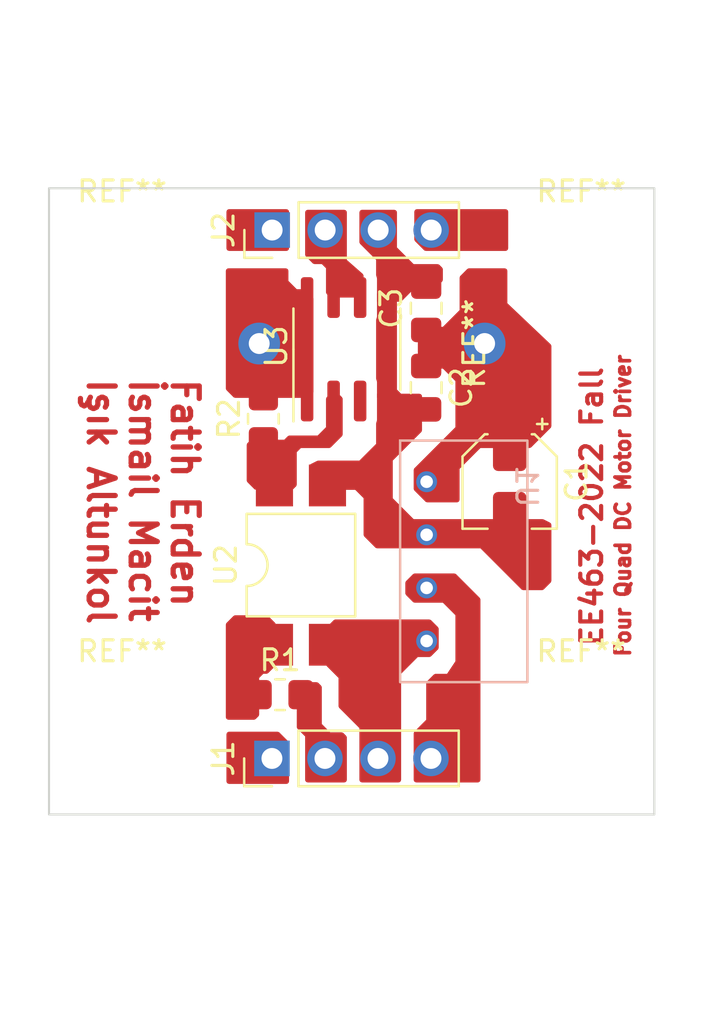
<source format=kicad_pcb>
(kicad_pcb (version 20211014) (generator pcbnew)
  (layers (0 "F.Cu" signal) (31 "B.Cu" signal) (34 "B.Paste" user) (35 "F.Paste" user) (36 "B.SilkS" user "B.Silkscreen") (37 "F.SilkS" user "F.Silkscreen") (38 "B.Mask" user) (39 "F.Mask" user) (44 "Edge.Cuts" user))
  (net 0 "")
  (net 1 "Net-(C1-Pad1)")
  (net 2 "GND_12")
  (net 3 "unconnected-(J1-Pad1)")
  (net 4 "Net-(R1-Pad1)")
  (net 5 "Q_PWM")
  (net 6 "Net-(R2-Pad1)")
  (net 7 "GND")
  (net 8 "+5V")
  (net 10 "QG")
  (net 11 "unconnected-(J2-Pad1)")
  (net 12 "unconnected-(J2-Pad4)")
  (footprint "Connector_PinHeader_2.54mm:PinHeader_1x04_P2.54mm_Vertical" (layer "F.Cu") (at 177.18 118.28 90)
    (fp_text reference "J1" (at 0 -2.33 90) (layer "F.SilkS"))
    (fp_text value "Conn_01x04_Male")
    (fp_line (start -1.33 1.27) (end 1.33 1.27) (layer "F.SilkS") (width 0.12))
    (fp_line (start -1.33 -1.33) (end 0 -1.33) (layer "F.SilkS") (width 0.12))
    (fp_line (start -1.33 1.27) (end -1.33 8.95) (layer "F.SilkS") (width 0.12))
    (fp_line (start 1.33 1.27) (end 1.33 8.95) (layer "F.SilkS") (width 0.12))
    (fp_line (start -1.33 0) (end -1.33 -1.33) (layer "F.SilkS") (width 0.12))
    (fp_line (start -1.33 8.95) (end 1.33 8.95) (layer "F.SilkS") (width 0.12))
    (pad "1" thru_hole rect locked (at 0 0 90) (size 1.7 1.7) (drill 1) (layers *.Cu *.Mask) (net 3 "unconnected-(J1-Pad1)"))
    (pad "2" thru_hole oval locked (at 0 2.54 90) (size 1.7 1.7) (drill 1) (layers *.Cu *.Mask) (net 5 "Q_PWM"))
    (pad "3" thru_hole oval locked (at 0 5.08 90) (size 1.7 1.7) (drill 1) (layers *.Cu *.Mask) (net 7 "GND"))
    (pad "4" thru_hole oval locked (at 0 7.62 90) (size 1.7 1.7) (drill 1) (layers *.Cu *.Mask) (net 8 "+5V"))
  )
  (footprint "MountingHole:MountingHole_3.2mm_M3_ISO7380" (layer "F.Cu") (at 170 117)
    (fp_text reference "REF**" (at 0 -3.85) (layer "F.SilkS"))
    (fp_text value "MountingHole_3.2mm_M3_ISO7380")
    (pad "" np_thru_hole circle (at 0 0) (size 3.2 3.2) (drill 3.2) (layers *.Cu *.Mask))
  )
  (footprint "Resistor_SMD:R_0805_2012Metric_Pad1.20x1.40mm_HandSolder" (layer "F.Cu") (at 176.77 102.03 90)
    (fp_text reference "R2" (at 0 -1.65 90) (layer "F.SilkS"))
    (fp_text value "470R")
    (fp_line (start -0.227064 -0.735) (end 0.227064 -0.735) (layer "F.SilkS") (width 0.12))
    (fp_line (start -0.227064 0.735) (end 0.227064 0.735) (layer "F.SilkS") (width 0.12))
    (pad "1" smd roundrect (at -1 0 90) (size 1.2 1.4) (layers "F.Cu" "F.Paste" "F.Mask") (roundrect_rratio 0.208333) (net 6 "Net-(R2-Pad1)"))
    (pad "2" smd roundrect (at 1 0 90) (size 1.2 1.4) (layers "F.Cu" "F.Paste" "F.Mask") (roundrect_rratio 0.208333) (net 1 "Net-(C1-Pad1)"))
  )
  (footprint "MountingHole:MountingHole_3.2mm_M3_ISO7380" (layer "F.Cu") (at 192 117)
    (fp_text reference "REF**" (at 0 -3.85) (layer "F.SilkS"))
    (fp_text value "MountingHole_3.2mm_M3_ISO7380")
    (pad "" np_thru_hole circle (at 0 0) (size 3.2 3.2) (drill 3.2) (layers *.Cu *.Mask))
  )
  (footprint "" (layer "F.Cu") (at 176.57 98.43)
    (fp_text reference "" (at 0 0) (layer "F.SilkS") (effects (font (size 1.27 1.27))))
    (fp_text value "" (at 0 0) (layer "F.SilkS") (effects (font (size 1.27 1.27))))
    (pad "1" thru_hole circle (at 0 0 90) (size 2 2) (drill 1) (layers *.Cu *.Mask) (net 1 "Net-(C1-Pad1)"))
  )
  (footprint "Package_DIP:SMDIP-4_W7.62mm" (layer "F.Cu") (at 178.57 109.03 90)
    (fp_text reference "U2" (at 0 -3.6 90) (layer "F.SilkS"))
    (fp_text value "LTV-817")
    (fp_line (start 2.45 -2.6) (end 1 -2.6) (layer "F.SilkS") (width 0.12))
    (fp_line (start -2.45 -2.6) (end -2.45 2.6) (layer "F.SilkS") (width 0.12))
    (fp_line (start -1 -2.6) (end -2.45 -2.6) (layer "F.SilkS") (width 0.12))
    (fp_line (start 2.45 2.6) (end 2.45 -2.6) (layer "F.SilkS") (width 0.12))
    (fp_line (start -2.45 2.6) (end 2.45 2.6) (layer "F.SilkS") (width 0.12))
    (fp_arc (start 1 -2.6) (mid 0 -1.6) (end -1 -2.6) (layer "F.SilkS") (width 0.12))
    (pad "1" smd rect (at -3.81 -1.27 90) (size 2 1.78) (layers "F.Cu" "F.Paste" "F.Mask") (net 4 "Net-(R1-Pad1)"))
    (pad "2" smd rect (at -3.81 1.27 90) (size 2 1.78) (layers "F.Cu" "F.Paste" "F.Mask") (net 7 "GND"))
    (pad "3" smd rect (at 3.81 1.27 90) (size 2 1.78) (layers "F.Cu" "F.Paste" "F.Mask") (net 2 "GND_12"))
    (pad "4" smd rect (at 3.81 -1.27 90) (size 2 1.78) (layers "F.Cu" "F.Paste" "F.Mask") (net 6 "Net-(R2-Pad1)"))
  )
  (footprint "MountingHole:MountingHole_3.2mm_M3_ISO7380" (layer "F.Cu") (at 192 95)
    (fp_text reference "REF**" (at 0 -3.85) (layer "F.SilkS"))
    (fp_text value "MountingHole_3.2mm_M3_ISO7380")
    (pad "" np_thru_hole circle (at 0 0) (size 3.2 3.2) (drill 3.2) (layers *.Cu *.Mask))
  )
  (footprint "Capacitor_SMD:C_0805_2012Metric_Pad1.18x1.45mm_HandSolder" (layer "F.Cu") (at 184.57 96.7425 90)
    (fp_text reference "C3" (at 0 -1.68 90) (layer "F.SilkS"))
    (fp_text value "0.1uF")
    (fp_line (start -0.261252 -0.735) (end 0.261252 -0.735) (layer "F.SilkS") (width 0.12))
    (fp_line (start -0.261252 0.735) (end 0.261252 0.735) (layer "F.SilkS") (width 0.12))
    (pad "1" smd roundrect (at -1.0375 0 90) (size 1.175 1.45) (layers "F.Cu" "F.Paste" "F.Mask") (roundrect_rratio 0.212766) (net 1 "Net-(C1-Pad1)"))
    (pad "2" smd roundrect (at 1.0375 0 90) (size 1.175 1.45) (layers "F.Cu" "F.Paste" "F.Mask") (roundrect_rratio 0.212766) (net 2 "GND_12"))
  )
  (footprint "Connector_PinHeader_2.54mm:PinHeader_1x04_P2.54mm_Vertical" (layer "F.Cu") (at 177.19 93 90)
    (fp_text reference "J2" (at 0 -2.33 90) (layer "F.SilkS"))
    (fp_text value "Conn_01x04_Male")
    (fp_line (start -1.33 0) (end -1.33 -1.33) (layer "F.SilkS") (width 0.12))
    (fp_line (start -1.33 -1.33) (end 0 -1.33) (layer "F.SilkS") (width 0.12))
    (fp_line (start -1.33 8.95) (end 1.33 8.95) (layer "F.SilkS") (width 0.12))
    (fp_line (start -1.33 1.27) (end 1.33 1.27) (layer "F.SilkS") (width 0.12))
    (fp_line (start -1.33 1.27) (end -1.33 8.95) (layer "F.SilkS") (width 0.12))
    (fp_line (start 1.33 1.27) (end 1.33 8.95) (layer "F.SilkS") (width 0.12))
    (pad "1" thru_hole rect locked (at 0 0 90) (size 1.7 1.7) (drill 1) (layers *.Cu *.Mask) (net 11 "unconnected-(J2-Pad1)"))
    (pad "2" thru_hole oval locked (at 0 2.54 90) (size 1.7 1.7) (drill 1) (layers *.Cu *.Mask) (net 10 "QG"))
    (pad "3" thru_hole oval locked (at 0 5.08 90) (size 1.7 1.7) (drill 1) (layers *.Cu *.Mask) (net 2 "GND_12"))
    (pad "4" thru_hole oval locked (at 0 7.62 90) (size 1.7 1.7) (drill 1) (layers *.Cu *.Mask) (net 12 "unconnected-(J2-Pad4)"))
  )
  (footprint "Resistor_SMD:R_0805_2012Metric_Pad1.20x1.40mm_HandSolder" (layer "F.Cu") (at 177.57 115.23)
    (fp_text reference "R1" (at 0 -1.65) (layer "F.SilkS"))
    (fp_text value "330R")
    (fp_line (start -0.227064 -0.735) (end 0.227064 -0.735) (layer "F.SilkS") (width 0.12))
    (fp_line (start -0.227064 0.735) (end 0.227064 0.735) (layer "F.SilkS") (width 0.12))
    (pad "1" smd roundrect (at -1 0) (size 1.2 1.4) (layers "F.Cu" "F.Paste" "F.Mask") (roundrect_rratio 0.208333) (net 4 "Net-(R1-Pad1)"))
    (pad "2" smd roundrect (at 1 0) (size 1.2 1.4) (layers "F.Cu" "F.Paste" "F.Mask") (roundrect_rratio 0.208333) (net 5 "Q_PWM"))
  )
  (footprint "Package_SO:SOIC-8_3.9x4.9mm_P1.27mm" (layer "F.Cu") (at 180.77 98.705 90)
    (fp_text reference "U3" (at 0.134 -3.38 90) (layer "F.SilkS"))
    (fp_text value "TC4421A")
    (fp_line (start 0 2.56) (end 1.95 2.56) (layer "F.SilkS") (width 0.12))
    (fp_line (start 0 2.56) (end -1.95 2.56) (layer "F.SilkS") (width 0.12))
    (fp_line (start 0 -2.56) (end -3.45 -2.56) (layer "F.SilkS") (width 0.12))
    (fp_line (start 0 -2.56) (end 1.95 -2.56) (layer "F.SilkS") (width 0.12))
    (pad "1" smd roundrect (at -2.475 -1.905 90) (size 1.95 0.6) (layers "F.Cu" "F.Paste" "F.Mask") (net 1 "Net-(C1-Pad1)"))
    (pad "2" smd roundrect (at -2.475 -0.635 90) (size 1.95 0.6) (layers "F.Cu" "F.Paste" "F.Mask") (net 6 "Net-(R2-Pad1)"))
    (pad "3" smd roundrect (at -2.475 0.635 90) (size 1.95 0.6) (layers "F.Cu" "F.Paste" "F.Mask"))
    (pad "4" smd roundrect (at -2.475 1.905 90) (size 1.95 0.6) (layers "F.Cu" "F.Paste" "F.Mask") (net 2 "GND_12"))
    (pad "5" smd roundrect (at 2.475 1.905 90) (size 1.95 0.6) (layers "F.Cu" "F.Paste" "F.Mask") (net 2 "GND_12"))
    (pad "6" smd roundrect (at 2.475 0.635 90) (size 1.95 0.6) (layers "F.Cu" "F.Paste" "F.Mask") (net 10 "QG"))
    (pad "7" smd roundrect (at 2.475 -0.635 90) (size 1.95 0.6) (layers "F.Cu" "F.Paste" "F.Mask") (net 10 "QG"))
    (pad "8" smd roundrect (at 2.475 -1.905 90) (size 1.95 0.6) (layers "F.Cu" "F.Paste" "F.Mask") (net 1 "Net-(C1-Pad1)"))
  )
  (footprint "MountingHole:MountingHole_3.2mm_M3_ISO7380" (layer "F.Cu") (at 170 95)
    (fp_text reference "REF**" (at 0 -3.85) (layer "F.SilkS"))
    (fp_text value "MountingHole_3.2mm_M3_ISO7380")
    (pad "" np_thru_hole circle (at 0 0) (size 3.2 3.2) (drill 3.2) (layers *.Cu *.Mask))
  )
  (footprint "Capacitor_SMD:CP_Elec_4x5.4" (layer "F.Cu") (at 188.57 105.03 -90)
    (fp_text reference "C1" (at 0 -3.2 90) (layer "F.SilkS"))
    (fp_text value "4.7uF")
    (fp_line (start -2.26 -1.195563) (end -1.195563 -2.26) (layer "F.SilkS") (width 0.12))
    (fp_line (start -2.26 1.195563) (end -1.195563 2.26) (layer "F.SilkS") (width 0.12))
    (fp_line (start -2.75 -1.81) (end -2.75 -1.31) (layer "F.SilkS") (width 0.12))
    (fp_line (start -1.195563 -2.26) (end 2.26 -2.26) (layer "F.SilkS") (width 0.12))
    (fp_line (start 2.26 2.26) (end 2.26 1.06) (layer "F.SilkS") (width 0.12))
    (fp_line (start 2.26 -2.26) (end 2.26 -1.06) (layer "F.SilkS") (width 0.12))
    (fp_line (start -2.26 -1.195563) (end -2.26 -1.06) (layer "F.SilkS") (width 0.12))
    (fp_line (start -1.195563 2.26) (end 2.26 2.26) (layer "F.SilkS") (width 0.12))
    (fp_line (start -3 -1.56) (end -2.5 -1.56) (layer "F.SilkS") (width 0.12))
    (fp_line (start -2.26 1.195563) (end -2.26 1.06) (layer "F.SilkS") (width 0.12))
    (pad "1" smd roundrect (at -1.8 0 270) (size 2.6 1.6) (layers "F.Cu" "F.Paste" "F.Mask") (roundrect_rratio 0.15625) (net 1 "Net-(C1-Pad1)"))
    (pad "2" smd roundrect (at 1.8 0 270) (size 2.6 1.6) (layers "F.Cu" "F.Paste" "F.Mask") (roundrect_rratio 0.15625) (net 2 "GND_12"))
  )
  (footprint "ee463_footprint_lib:Jumper_Wire_Hole" (layer "F.Cu") (at 187.37 98.43 90)
    (fp_text reference "REF**" (at 0 -0.5 90 unlocked) (layer "F.SilkS"))
    (fp_text value "Jumper_Wire_Hole")
    (pad "1" thru_hole circle (at 0 0 90) (size 2 2) (drill 1) (layers *.Cu *.Mask) (net 1 "Net-(C1-Pad1)"))
  )
  (footprint "Capacitor_SMD:C_0805_2012Metric_Pad1.18x1.45mm_HandSolder" (layer "F.Cu") (at 184.57 100.5425 -90)
    (fp_text reference "C2" (at 0 -1.68 90) (layer "F.SilkS"))
    (fp_text value "0.1uF")
    (fp_line (start -0.261252 -0.735) (end 0.261252 -0.735) (layer "F.SilkS") (width 0.12))
    (fp_line (start -0.261252 0.735) (end 0.261252 0.735) (layer "F.SilkS") (width 0.12))
    (pad "1" smd roundrect (at -1.0375 0 270) (size 1.175 1.45) (layers "F.Cu" "F.Paste" "F.Mask") (roundrect_rratio 0.212766) (net 1 "Net-(C1-Pad1)"))
    (pad "2" smd roundrect (at 1.0375 0 270) (size 1.175 1.45) (layers "F.Cu" "F.Paste" "F.Mask") (roundrect_rratio 0.212766) (net 2 "GND_12"))
  )
  (footprint "ee463_footprint_lib:ROE-0512S" (layer "B.Cu") (at 184.592 108.851 90)
    (fp_text reference "U1" (at 3.59 4.778 -90 unlocked) (layer "B.SilkS") (effects (justify mirror)))
    (fp_text value "ROE-0512S")
    (fp_rect (start 5.7785 -1.27) (end -5.7785 4.826) (layer "B.SilkS") (width 0.12) (fill none))
    (pad "1" thru_hole circle (at -3.81 0 90) (size 1 1) (drill 0.6) (layers *.Cu *.Mask) (net 7 "GND"))
    (pad "2" thru_hole circle (at -1.27 0 90) (size 1 1) (drill 0.6) (layers *.Cu *.Mask) (net 8 "+5V"))
    (pad "3" thru_hole circle (at 1.27 0 90) (size 1 1) (drill 0.6) (layers *.Cu *.Mask) (net 2 "GND_12"))
    (pad "4" thru_hole circle (at 3.81 0 90) (size 1 1) (drill 0.6) (layers *.Cu *.Mask) (net 1 "Net-(C1-Pad1)"))
  )
  (gr_rect (start 166.5 91) (end 195.5 120.96) (layer "Edge.Cuts") (width 0.1) (fill none))
  (gr_text "Fatih Erden\nİsmail Macit\nIşık Altunkol" (at 171 100 270) (layer "F.Cu") (effects (font (size 1.25 1.25) (thickness 0.25)) (justify left)))
  (gr_text "EE463-2022 Fall " (at 192.5 113 90) (layer "F.Cu") (effects (font (size 1 1) (thickness 0.2)) (justify left)))
  (gr_text "Four Quad DC Motor Driver" (at 194 113.5 90) (layer "F.Cu") (effects (font (size 0.7 0.7) (thickness 0.175)) (justify left)))
  (zone (net 3) (net_name "unconnected-(J1-Pad1)") (layer "F.Cu") (connect_pads yes (clearance 0.508)) (min_thickness 0.254) (fill yes (thermal_gap 0.508) (thermal_bridge_width 0.508))
    (polygon (pts (xy 178 117.5) (xy 178 119.5) (xy 175 119.5) (xy 175 117) (xy 177.5 117)))
  )
  (zone (net 10) (net_name "QG") (layer "F.Cu") (connect_pads yes (clearance 0.508)) (min_thickness 0.254) (fill yes (thermal_gap 0.508) (thermal_bridge_width 0.508))
    (polygon (pts (xy 180.77 94.43) (xy 181.57 95.13) (xy 181.57 96.03) (xy 181.37 96.23) (xy 180.57 96.23) (xy 180.37 96.23) (xy 179.97 96.23) (xy 179.77 96.03) (xy 179.77 94.83) (xy 179.57 94.63) (xy 179.17 94.63) (xy 178.77 94.23) (xy 178.77 92.03) (xy 180.77 92.03)))
  )
  (zone (net 8) (net_name "+5V") (layer "F.Cu") (connect_pads yes (clearance 0.508)) (min_thickness 0.254) (fill yes (thermal_gap 0.508) (thermal_bridge_width 0.508))
    (polygon (pts (xy 187.17 110.63) (xy 187.17 119.43) (xy 183.97 119.43) (xy 183.97 117.03) (xy 184.57 116.43) (xy 184.57 114.63) (xy 184.97 114.23) (xy 185.57 114.23) (xy 185.97 113.63) (xy 185.97 111.43) (xy 185.37 110.83) (xy 183.97 110.83) (xy 183.57 110.43) (xy 183.57 109.83) (xy 183.97 109.43) (xy 185.97 109.43)))
  )
  (zone (net 7) (net_name "GND") (layer "F.Cu") (connect_pads yes (clearance 0.508)) (min_thickness 0.254) (fill yes (thermal_gap 0.508) (thermal_bridge_width 0.508))
    (polygon (pts (xy 185.17 112.03) (xy 185.17 113.03) (xy 184.77 113.43) (xy 184.17 113.43) (xy 183.37 114.23) (xy 183.37 119.43) (xy 181.37 119.43) (xy 181.37 116.83) (xy 180.37 115.83) (xy 180.37 114.43) (xy 179.77 113.83) (xy 179.77 112.03) (xy 180.17 111.63) (xy 184.77 111.63)))
  )
  (zone (net 12) (net_name "unconnected-(J2-Pad4)") (layer "F.Cu") (connect_pads yes (clearance 0.508)) (min_thickness 0.254) (fill yes (thermal_gap 0.508) (thermal_bridge_width 0.508))
    (polygon (pts (xy 188.5 94) (xy 184.5 94) (xy 184 93.5) (xy 184 92) (xy 188.5 92)))
  )
  (zone (net 11) (net_name "unconnected-(J2-Pad1)") (layer "F.Cu") (connect_pads yes (clearance 0.508)) (min_thickness 0.254) (fill yes (thermal_gap 0.508) (thermal_bridge_width 0.508))
    (polygon (pts (xy 178 94) (xy 175 94) (xy 175 92) (xy 178 92)))
  )
  (zone (net 1) (net_name "Net-(C1-Pad1)") (layer "F.Cu") (connect_pads yes (clearance 0.508)) (min_thickness 0.254) (fill yes (thermal_gap 0.508) (thermal_bridge_width 0.508))
    (polygon (pts (xy 190.57 98.5) (xy 190.57 102.43) (xy 189.57 103.43) (xy 187.17 103.43) (xy 186.17 104.43) (xy 186.17 105.63) (xy 186.17 106.03) (xy 184.57 106.03) (xy 183.97 105.43) (xy 183.97 104.43) (xy 185.97 102.43) (xy 185.97 100.23) (xy 185.37 99.63) (xy 184.37 99.63) (xy 184.17 99.43) (xy 184.17 97.83) (xy 184.37 97.63) (xy 185.37 97.63) (xy 186.17 96.83) (xy 186.17 95.23) (xy 186.57 94.83) (xy 188.46 94.83) (xy 188.46 96.5)))
  )
  (zone (net 2) (net_name "GND_12") (layer "F.Cu") (connect_pads yes (clearance 0.508)) (min_thickness 0.254) (fill yes (thermal_gap 0.508) (thermal_bridge_width 0.508))
    (polygon (pts (xy 183.17 100.63) (xy 183.37 100.83) (xy 182.17 101.03) (xy 182.17 96.03) (xy 183.17 96.03)))
  )
  (zone (net 6) (net_name "Net-(R2-Pad1)") (layer "F.Cu") (connect_pads yes (clearance 0.508)) (min_thickness 0.254) (fill yes (thermal_gap 0.508) (thermal_bridge_width 0.508))
    (polygon (pts (xy 180.57 101.03) (xy 180.57 102.83) (xy 179.97 103.43) (xy 178.57 103.43) (xy 178.37 103.63) (xy 178.37 105.23) (xy 178.17 105.43) (xy 176.37 105.43) (xy 175.97 105.03) (xy 175.97 103.23) (xy 176.17 103.03) (xy 177.77 103.03) (xy 177.97 102.83) (xy 179.37 102.83) (xy 179.77 102.43) (xy 179.77 101.03) (xy 179.97 100.83) (xy 180.37 100.83)))
  )
  (zone (net 2) (net_name "GND_12") (layer "F.Cu") (connect_pads yes (clearance 0.508)) (min_thickness 0.254) (fill yes (thermal_gap 0.508) (thermal_bridge_width 0.508))
    (polygon (pts (xy 184.37 101.03) (xy 184.37 102.63) (xy 182.97 104.03) (xy 182.97 105.83) (xy 183.97 106.83) (xy 190.17 106.83) (xy 190.57 107.03) (xy 190.57 107.83) (xy 190.57 109.83) (xy 190.17 110.23) (xy 189.17 110.23) (xy 187.17 108.23) (xy 182.97 108.23) (xy 182.17 108.23) (xy 181.57 107.63) (xy 181.57 105.83) (xy 181.17 105.43) (xy 179.17 105.43) (xy 178.97 105.23) (xy 178.97 104.23) (xy 179.37 104.03) (xy 181.37 104.03) (xy 182.17 103.23) (xy 182.17 100.83) (xy 182.37 100.83) (xy 184.37 100.83)))
  )
  (zone (net 2) (net_name "GND_12") (layer "F.Cu") (connect_pads yes (clearance 0.508)) (min_thickness 0.254) (fill yes (thermal_gap 0.508) (thermal_bridge_width 0.508))
    (polygon (pts (xy 183.17 93.83) (xy 183.97 94.63) (xy 185.17 94.63) (xy 185.37 94.83) (xy 185.37 95.43) (xy 185.17 95.63) (xy 184.17 95.63) (xy 183.37 96.43) (xy 182.17 96.43) (xy 182.17 96.03) (xy 182.17 94.43) (xy 181.37 93.63) (xy 181.37 92.03) (xy 183.17 92.03)))
  )
  (zone (net 5) (net_name "Q_PWM") (layer "F.Cu") (connect_pads yes (clearance 0.508)) (min_thickness 0.254) (fill yes (thermal_gap 0.508) (thermal_bridge_width 0.508))
    (polygon (pts (xy 179.57 114.83) (xy 179.57 116.63) (xy 179.97 117.03) (xy 180.57 117.03) (xy 180.77 117.23) (xy 180.77 119.43) (xy 178.77 119.43) (xy 178.77 117.23) (xy 178.37 116.83) (xy 178.37 114.83) (xy 178.57 114.63) (xy 179.37 114.63)))
  )
  (zone (net 1) (net_name "Net-(C1-Pad1)") (layer "F.Cu") (connect_pads yes (clearance 0.508)) (min_thickness 0.254) (fill yes (thermal_gap 0.508) (thermal_bridge_width 0.508))
    (polygon (pts (xy 179.17 96.23) (xy 179.17 100.83) (xy 178.77 101.03) (xy 175.37 101.03) (xy 174.97 100.63) (xy 174.97 94.83) (xy 175.97 94.83) (xy 177.97 94.83) (xy 177.97 95.43) (xy 178.37 95.83) (xy 178.77 95.83)))
  )
  (zone (net 4) (net_name "Net-(R1-Pad1)") (layer "F.Cu") (connect_pads yes (clearance 0.508)) (min_thickness 0.254) (fill yes (thermal_gap 0.508) (thermal_bridge_width 0.508))
    (polygon (pts (xy 177.37 111.83) (xy 177.37 113.83) (xy 176.97 114.23) (xy 176.77 114.23) (xy 176.57 114.43) (xy 176.57 116.23) (xy 176.37 116.43) (xy 174.97 116.43) (xy 174.97 111.83) (xy 175.37 111.43) (xy 176.97 111.43)))
  )
)
</source>
